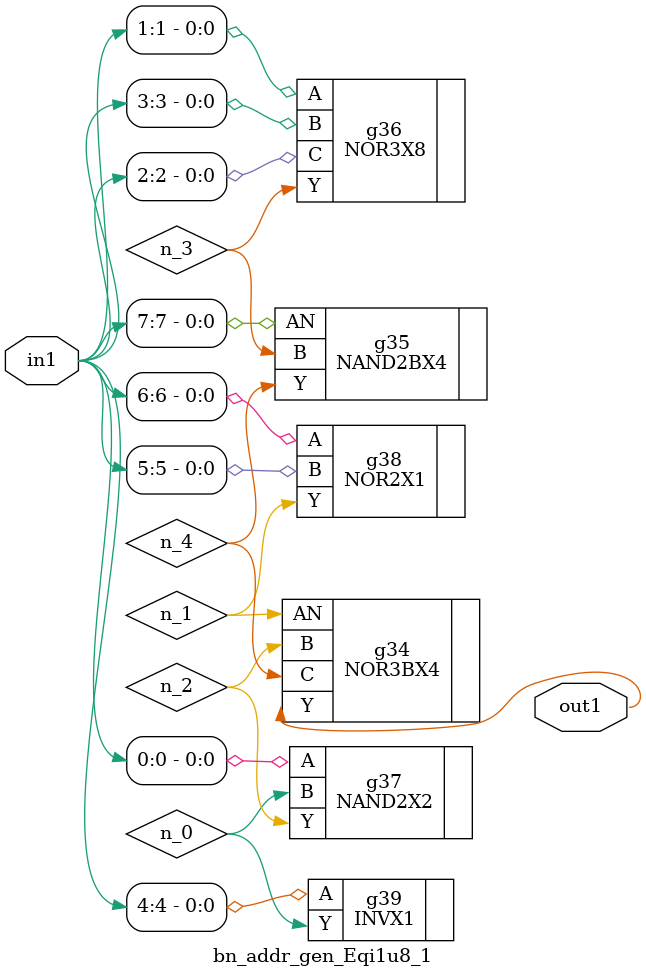
<source format=v>
`timescale 1ps / 1ps


module bn_addr_gen_Eqi1u8_1(in1, out1);
  input [7:0] in1;
  output out1;
  wire [7:0] in1;
  wire out1;
  wire n_0, n_1, n_2, n_3, n_4;
  NOR3BX4 g34(.AN (n_1), .B (n_2), .C (n_4), .Y (out1));
  NAND2BX4 g35(.AN (in1[7]), .B (n_3), .Y (n_4));
  NOR3X8 g36(.A (in1[1]), .B (in1[3]), .C (in1[2]), .Y (n_3));
  NAND2X2 g37(.A (in1[0]), .B (n_0), .Y (n_2));
  NOR2X1 g38(.A (in1[6]), .B (in1[5]), .Y (n_1));
  INVX1 g39(.A (in1[4]), .Y (n_0));
endmodule



</source>
